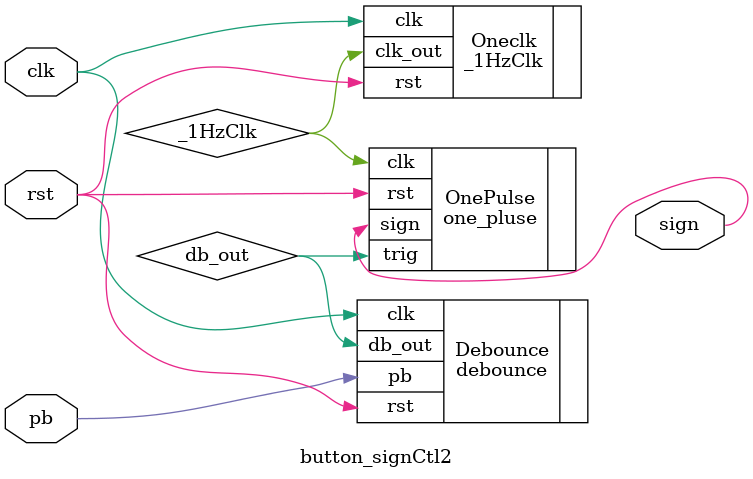
<source format=v>
`timescale 1ns / 1ps


module button_signCtl2(clk ,rst, pb, sign);
input clk, rst, pb;
output sign;

wire _1HzClk;
wire db_out;

_1HzClk Oneclk(.clk(clk), .rst(rst), .clk_out(_1HzClk));
debounce Debounce(.clk(clk), .rst(rst), .pb(pb), .db_out(db_out));
one_pluse OnePulse(.clk(_1HzClk), .rst(rst), .trig(db_out), .sign(sign));

endmodule

</source>
